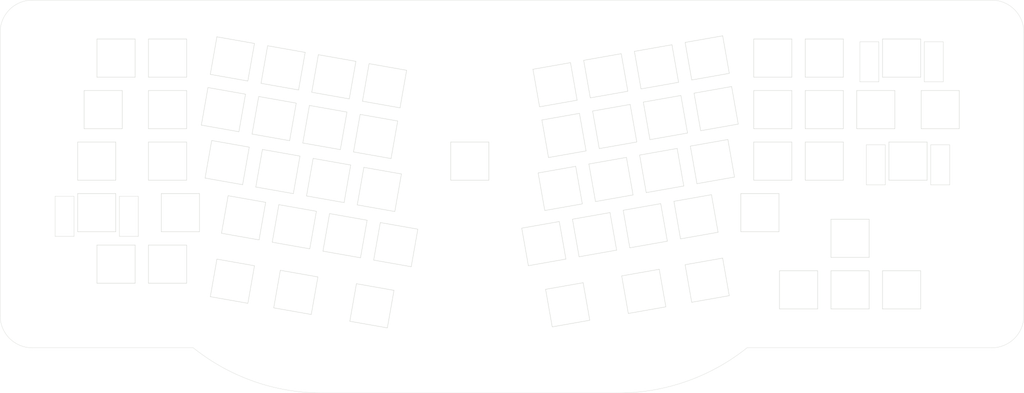
<source format=kicad_pcb>
(kicad_pcb (version 20221018) (generator pcbnew)
  (layers (0 "F.Cu" signal) (31 "B.Cu" signal) (34 "B.Paste" user) (35 "F.Paste" user) (36 "B.SilkS" user "B.Silkscreen") (37 "F.SilkS" user "F.Silkscreen") (38 "B.Mask" user) (39 "F.Mask" user) (44 "Edge.Cuts" user))
  (net 0 "")
  (footprint "kbd_SW_Hole:SW_Hole_1u" (layer "F.Cu") (at 226.70575 79.05225 10)
    (fp_text reference "SW48" hide)
    (fp_text value "SW_PUSH" hide)
    (fp_line (start -7.05 -7.05) (end 7.05 -7.05) (stroke (width 0.15)) (layer "Edge.Cuts"))
    (fp_line (start -7.05 7.05) (end -7.05 -7.05) (stroke (width 0.15)) (layer "Edge.Cuts"))
    (fp_line (start 7.05 -7.05) (end 7.05 7.05) (stroke (width 0.15)) (layer "Edge.Cuts"))
    (fp_line (start 7.05 7.05) (end -7.05 7.05) (stroke (width 0.15)) (layer "Edge.Cuts"))
  )
  (footprint "kbd_Hole:m2_Screw_Hole" (layer "F.Cu") (at 97.63125 157.1625)
    (fp_text reference "REF**")
    (fp_text value "Val**")
    (pad "" np_thru_hole circle (at 0 0) (size 2.2 2.2) (drill 2.2) (layers "*.Cu" "*.Mask"))
  )
  (footprint "kbd_SW_Hole:SW_Hole_1u" (layer "F.Cu") (at 64.61965 63.15275 -10)
    (fp_text reference "SW17" hide)
    (fp_text value "SW_PUSH" hide)
    (fp_line (start -7.05 -7.05) (end 7.05 -7.05) (stroke (width 0.15)) (layer "Edge.Cuts"))
    (fp_line (start -7.05 7.05) (end -7.05 -7.05) (stroke (width 0.15)) (layer "Edge.Cuts"))
    (fp_line (start 7.05 -7.05) (end 7.05 7.05) (stroke (width 0.15)) (layer "Edge.Cuts"))
    (fp_line (start 7.05 7.05) (end -7.05 7.05) (stroke (width 0.15)) (layer "Edge.Cuts"))
  )
  (footprint "kbd_SW_Hole:SW_Hole_1u" (layer "F.Cu") (at 86.68825 47.70015 -10)
    (fp_text reference "SW21" hide)
    (fp_text value "SW_PUSH" hide)
    (fp_line (start -7.05 -7.05) (end 7.05 -7.05) (stroke (width 0.15)) (layer "Edge.Cuts"))
    (fp_line (start -7.05 7.05) (end -7.05 -7.05) (stroke (width 0.15)) (layer "Edge.Cuts"))
    (fp_line (start 7.05 -7.05) (end 7.05 7.05) (stroke (width 0.15)) (layer "Edge.Cuts"))
    (fp_line (start 7.05 7.05) (end -7.05 7.05) (stroke (width 0.15)) (layer "Edge.Cuts"))
  )
  (footprint "kbd_SW_Hole:SW_Hole_1u" (layer "F.Cu") (at 268.08895 40.77495)
    (fp_text reference "SW54" hide)
    (fp_text value "SW_PUSH" hide)
    (fp_line (start -7.05 -7.05) (end 7.05 -7.05) (stroke (width 0.15)) (layer "Edge.Cuts"))
    (fp_line (start -7.05 7.05) (end -7.05 -7.05) (stroke (width 0.15)) (layer "Edge.Cuts"))
    (fp_line (start 7.05 -7.05) (end 7.05 7.05) (stroke (width 0.15)) (layer "Edge.Cuts"))
    (fp_line (start 7.05 7.05) (end -7.05 7.05) (stroke (width 0.15)) (layer "Edge.Cuts"))
  )
  (footprint "kbd_SW_Hole:SW_Hole_1u" (layer "F.Cu") (at 209.32735 62.77265 10)
    (fp_text reference "SW42" hide)
    (fp_text value "SW_PUSH" hide)
    (fp_line (start -7.05 -7.05) (end 7.05 -7.05) (stroke (width 0.15)) (layer "Edge.Cuts"))
    (fp_line (start -7.05 7.05) (end -7.05 -7.05) (stroke (width 0.15)) (layer "Edge.Cuts"))
    (fp_line (start 7.05 -7.05) (end 7.05 7.05) (stroke (width 0.15)) (layer "Edge.Cuts"))
    (fp_line (start 7.05 7.05) (end -7.05 7.05) (stroke (width 0.15)) (layer "Edge.Cuts"))
  )
  (footprint "kbd_SW_Hole:SW_Hole_1u" (layer "F.Cu") (at 105.44885 51.00815 -10)
    (fp_text reference "SW26" hide)
    (fp_text value "SW_PUSH" hide)
    (fp_line (start -7.05 -7.05) (end 7.05 -7.05) (stroke (width 0.15)) (layer "Edge.Cuts"))
    (fp_line (start -7.05 7.05) (end -7.05 -7.05) (stroke (width 0.15)) (layer "Edge.Cuts"))
    (fp_line (start 7.05 -7.05) (end 7.05 7.05) (stroke (width 0.15)) (layer "Edge.Cuts"))
    (fp_line (start 7.05 7.05) (end -7.05 7.05) (stroke (width 0.15)) (layer "Edge.Cuts"))
  )
  (footprint "kbd_SW_Hole:SW_Hole_1u" (layer "F.Cu") (at 6.13895 116.97495)
    (fp_text reference "SW5" hide)
    (fp_text value "SW_PUSH" hide)
    (fp_line (start -7.05 -7.05) (end 7.05 -7.05) (stroke (width 0.15)) (layer "Edge.Cuts"))
    (fp_line (start -7.05 7.05) (end -7.05 -7.05) (stroke (width 0.15)) (layer "Edge.Cuts"))
    (fp_line (start 7.05 -7.05) (end 7.05 7.05) (stroke (width 0.15)) (layer "Edge.Cuts"))
    (fp_line (start 7.05 7.05) (end -7.05 7.05) (stroke (width 0.15)) (layer "Edge.Cuts"))
  )
  (footprint "kbd_SW_Hole:SW_Hole_1u" (layer "F.Cu") (at 249.03895 78.87495)
    (fp_text reference "SW52" hide)
    (fp_text value "SW_PUSH" hide)
    (fp_line (start -7.05 -7.05) (end 7.05 -7.05) (stroke (width 0.15)) (layer "Edge.Cuts"))
    (fp_line (start -7.05 7.05) (end -7.05 -7.05) (stroke (width 0.15)) (layer "Edge.Cuts"))
    (fp_line (start 7.05 -7.05) (end 7.05 7.05) (stroke (width 0.15)) (layer "Edge.Cuts"))
    (fp_line (start 7.05 7.05) (end -7.05 7.05) (stroke (width 0.15)) (layer "Edge.Cuts"))
  )
  (footprint "kbd_SW_Hole:SW_Hole_2u" (layer "F.Cu") (at 296.66395 40.77495)
    (fp_text reference "SW57" hide)
    (fp_text value "SW_PUSH" hide)
    (fp_line (start -15.4 -6) (end -8.4 -6) (stroke (width 0.12)) (layer "Edge.Cuts"))
    (fp_line (start -15.4 8.8) (end -15.4 -6) (stroke (width 0.12)) (layer "Edge.Cuts"))
    (fp_line (start -8.4 -6) (end -8.4 8.8) (stroke (width 0.12)) (layer "Edge.Cuts"))
    (fp_line (start -8.4 8.8) (end -15.4 8.8) (stroke (width 0.12)) (layer "Edge.Cuts"))
    (fp_line (start -7.05 -7.05) (end 7.05 -7.05) (stroke (width 0.15)) (layer "Edge.Cuts"))
    (fp_line (start -7.05 7.05) (end -7.05 -7.05) (stroke (width 0.15)) (layer "Edge.Cuts"))
    (fp_line (start 7.05 -7.05) (end 7.05 7.05) (stroke (width 0.15)) (layer "Edge.Cuts"))
    (fp_line (start 7.05 7.05) (end -7.05 7.05) (stroke (width 0.15)) (layer "Edge.Cuts"))
    (fp_line (start 8.4 -6) (end 8.4 8.8) (stroke (width 0.12)) (layer "Edge.Cuts"))
    (fp_line (start 8.4 8.8) (end 15.4 8.8) (stroke (width 0.12)) (layer "Edge.Cuts"))
    (fp_line (start 15.4 -6) (end 8.4 -6) (stroke (width 0.12)) (layer "Edge.Cuts"))
    (fp_line (start 15.4 8.8) (end 15.4 -6) (stroke (width 0.12)) (layer "Edge.Cuts"))
  )
  (footprint "kbd_SW_Hole:SW_Hole_1u" (layer "F.Cu") (at 49.16705 41.08415 -10)
    (fp_text reference "SW11" hide)
    (fp_text value "SW_PUSH" hide)
    (fp_line (start -7.05 -7.05) (end 7.05 -7.05) (stroke (width 0.15)) (layer "Edge.Cuts"))
    (fp_line (start -7.05 7.05) (end -7.05 -7.05) (stroke (width 0.15)) (layer "Edge.Cuts"))
    (fp_line (start 7.05 -7.05) (end 7.05 7.05) (stroke (width 0.15)) (layer "Edge.Cuts"))
    (fp_line (start 7.05 7.05) (end -7.05 7.05) (stroke (width 0.15)) (layer "Edge.Cuts"))
  )
  (footprint "kbd_Hole:m2_Screw_Hole" (layer "F.Cu") (at 178.59375 26.19375)
    (fp_text reference "REF**")
    (fp_text value "Val**")
    (pad "" np_thru_hole circle (at 0 0) (size 2.2 2.2) (drill 2.2) (layers "*.Cu" "*.Mask"))
  )
  (footprint "kbd_SW_Hole:SW_Hole_1u" (layer "F.Cu") (at 53.31355 99.84695 -10)
    (fp_text reference "SW14" hide)
    (fp_text value "SW_PUSH" hide)
    (fp_line (start -7.05 -7.05) (end 7.05 -7.05) (stroke (width 0.15)) (layer "Edge.Cuts"))
    (fp_line (start -7.05 7.05) (end -7.05 -7.05) (stroke (width 0.15)) (layer "Edge.Cuts"))
    (fp_line (start 7.05 -7.05) (end 7.05 7.05) (stroke (width 0.15)) (layer "Edge.Cuts"))
    (fp_line (start 7.05 7.05) (end -7.05 7.05) (stroke (width 0.15)) (layer "Edge.Cuts"))
  )
  (footprint "kbd_SW_Hole:SW_Hole_1u" (layer "F.Cu") (at 25.18895 40.77495)
    (fp_text reference "SW6" hide)
    (fp_text value "SW_PUSH" hide)
    (fp_line (start -7.05 -7.05) (end 7.05 -7.05) (stroke (width 0.15)) (layer "Edge.Cuts"))
    (fp_line (start -7.05 7.05) (end -7.05 -7.05) (stroke (width 0.15)) (layer "Edge.Cuts"))
    (fp_line (start 7.05 -7.05) (end 7.05 7.05) (stroke (width 0.15)) (layer "Edge.Cuts"))
    (fp_line (start 7.05 7.05) (end -7.05 7.05) (stroke (width 0.15)) (layer "Edge.Cuts"))
  )
  (footprint "kbd_SW_Hole:SW_Hole_1u" (layer "F.Cu") (at 25.18895 59.82495)
    (fp_text reference "SW7" hide)
    (fp_text value "SW_PUSH" hide)
    (fp_line (start -7.05 -7.05) (end 7.05 -7.05) (stroke (width 0.15)) (layer "Edge.Cuts"))
    (fp_line (start -7.05 7.05) (end -7.05 -7.05) (stroke (width 0.15)) (layer "Edge.Cuts"))
    (fp_line (start 7.05 -7.05) (end 7.05 7.05) (stroke (width 0.15)) (layer "Edge.Cuts"))
    (fp_line (start 7.05 7.05) (end -7.05 7.05) (stroke (width 0.15)) (layer "Edge.Cuts"))
  )
  (footprint "kbd_SW_Hole:SW_Hole_1.5u" (layer "F.Cu") (at 1.37645 59.82495)
    (fp_text reference "SW2" hide)
    (fp_text value "SW_PUSH" hide)
    (fp_line (start -7.05 -7.05) (end 7.05 -7.05) (stroke (width 0.15)) (layer "Edge.Cuts"))
    (fp_line (start -7.05 7.05) (end -7.05 -7.05) (stroke (width 0.15)) (layer "Edge.Cuts"))
    (fp_line (start 7.05 -7.05) (end 7.05 7.05) (stroke (width 0.15)) (layer "Edge.Cuts"))
    (fp_line (start 7.05 7.05) (end -7.05 7.05) (stroke (width 0.15)) (layer "Edge.Cuts"))
  )
  (footprint "kbd_SW_Hole:SW_Hole_1.5u" (layer "F.Cu") (at 201.31775 127.05255 10)
    (fp_text reference "SW40" hide)
    (fp_text value "SW_PUSH" hide)
    (fp_line (start -7.05 -7.05) (end 7.05 -7.05) (stroke (width 0.15)) (layer "Edge.Cuts"))
    (fp_line (start -7.05 7.05) (end -7.05 -7.05) (stroke (width 0.15)) (layer "Edge.Cuts"))
    (fp_line (start 7.05 -7.05) (end 7.05 7.05) (stroke (width 0.15)) (layer "Edge.Cuts"))
    (fp_line (start 7.05 7.05) (end -7.05 7.05) (stroke (width 0.15)) (layer "Edge.Cuts"))
  )
  (footprint "kbd_SW_Hole:SW_Hole_1u" (layer "F.Cu") (at 249.03895 59.82495)
    (fp_text reference "SW51" hide)
    (fp_text value "SW_PUSH" hide)
    (fp_line (start -7.05 -7.05) (end 7.05 -7.05) (stroke (width 0.15)) (layer "Edge.Cuts"))
    (fp_line (start -7.05 7.05) (end -7.05 -7.05) (stroke (width 0.15)) (layer "Edge.Cuts"))
    (fp_line (start 7.05 -7.05) (end 7.05 7.05) (stroke (width 0.15)) (layer "Edge.Cuts"))
    (fp_line (start 7.05 7.05) (end -7.05 7.05) (stroke (width 0.15)) (layer "Edge.Cuts"))
  )
  (footprint "kbd_Hole:m2_Screw_Hole" (layer "F.Cu") (at 333.375 140.49375)
    (fp_text reference "REF**")
    (fp_text value "Val**")
    (pad "" np_thru_hole circle (at 0 0) (size 2.2 2.2) (drill 2.2) (layers "*.Cu" "*.Mask"))
  )
  (footprint "kbd_SW_Hole:SW_Hole_1u" (layer "F.Cu") (at 268.08895 78.87495)
    (fp_text reference "SW56" hide)
    (fp_text value "SW_PUSH" hide)
    (fp_line (start -7.05 -7.05) (end 7.05 -7.05) (stroke (width 0.15)) (layer "Edge.Cuts"))
    (fp_line (start -7.05 7.05) (end -7.05 -7.05) (stroke (width 0.15)) (layer "Edge.Cuts"))
    (fp_line (start 7.05 -7.05) (end 7.05 7.05) (stroke (width 0.15)) (layer "Edge.Cuts"))
    (fp_line (start 7.05 7.05) (end -7.05 7.05) (stroke (width 0.15)) (layer "Edge.Cuts"))
  )
  (footprint "kbd_SW_Hole:SW_Hole_1u" (layer "F.Cu") (at 171.80615 69.38865 10)
    (fp_text reference "SW32" hide)
    (fp_text value "SW_PUSH" hide)
    (fp_line (start -7.05 -7.05) (end 7.05 -7.05) (stroke (width 0.15)) (layer "Edge.Cuts"))
    (fp_line (start -7.05 7.05) (end -7.05 -7.05) (stroke (width 0.15)) (layer "Edge.Cuts"))
    (fp_line (start 7.05 -7.05) (end 7.05 7.05) (stroke (width 0.15)) (layer "Edge.Cuts"))
    (fp_line (start 7.05 7.05) (end -7.05 7.05) (stroke (width 0.15)) (layer "Edge.Cuts"))
  )
  (footprint "kbd_SW_Hole:SW_Hole_1u" (layer "F.Cu") (at 287.13895 59.82495)
    (fp_text reference "SW58" hide)
    (fp_text value "SW_PUSH" hide)
    (fp_line (start -7.05 -7.05) (end 7.05 -7.05) (stroke (width 0.15)) (layer "Edge.Cuts"))
    (fp_line (start -7.05 7.05) (end -7.05 -7.05) (stroke (width 0.15)) (layer "Edge.Cuts"))
    (fp_line (start 7.05 -7.05) (end 7.05 7.05) (stroke (width 0.15)) (layer "Edge.Cuts"))
    (fp_line (start 7.05 7.05) (end -7.05 7.05) (stroke (width 0.15)) (layer "Edge.Cuts"))
  )
  (footprint "kbd_SW_Hole:SW_Hole_2.25u" (layer "F.Cu") (at -1.00475 97.92495)
    (fp_text reference "SW4" hide)
    (fp_text value "SW_PUSH" hide)
    (fp_line (start -15.4 -6) (end -8.4 -6) (stroke (width 0.12)) (layer "Edge.Cuts"))
    (fp_line (start -15.4 8.8) (end -15.4 -6) (stroke (width 0.12)) (layer "Edge.Cuts"))
    (fp_line (start -8.4 -6) (end -8.4 8.8) (stroke (width 0.12)) (layer "Edge.Cuts"))
    (fp_line (start -8.4 8.8) (end -15.4 8.8) (stroke (width 0.12)) (layer "Edge.Cuts"))
    (fp_line (start -7.05 -7.05) (end 7.05 -7.05) (stroke (width 0.15)) (layer "Edge.Cuts"))
    (fp_line (start -7.05 7.05) (end -7.05 -7.05) (stroke (width 0.15)) (layer "Edge.Cuts"))
    (fp_line (start 7.05 -7.05) (end 7.05 7.05) (stroke (width 0.15)) (layer "Edge.Cuts"))
    (fp_line (start 7.05 7.05) (end -7.05 7.05) (stroke (width 0.15)) (layer "Edge.Cuts"))
    (fp_line (start 8.4 -6) (end 8.4 8.8) (stroke (width 0.12)) (layer "Edge.Cuts"))
    (fp_line (start 8.4 8.8) (end 15.4 8.8) (stroke (width 0.12)) (layer "Edge.Cuts"))
    (fp_line (start 15.4 -6) (end 8.4 -6) (stroke (width 0.12)) (layer "Edge.Cuts"))
    (fp_line (start 15.4 8.8) (end 15.4 -6) (stroke (width 0.12)) (layer "Edge.Cuts"))
  )
  (footprint "kbd_SW_Hole:SW_Hole_1u" (layer "F.Cu") (at 249.03895 40.77495)
    (fp_text reference "SW50" hide)
    (fp_text value "SW_PUSH" hide)
    (fp_line (start -7.05 -7.05) (end 7.05 -7.05) (stroke (width 0.15)) (layer "Edge.Cuts"))
    (fp_line (start -7.05 7.05) (end -7.05 -7.05) (stroke (width 0.15)) (layer "Edge.Cuts"))
    (fp_line (start 7.05 -7.05) (end 7.05 7.05) (stroke (width 0.15)) (layer "Edge.Cuts"))
    (fp_line (start 7.05 7.05) (end -7.05 7.05) (stroke (width 0.15)) (layer "Edge.Cuts"))
  )
  (footprint "kbd_SW_Hole:SW_Hole_1u" (layer "F.Cu") (at 220.63345 99.46685 10)
    (fp_text reference "SW49" hide)
    (fp_text value "SW_PUSH" hide)
    (fp_line (start -7.05 -7.05) (end 7.05 -7.05) (stroke (width 0.15)) (layer "Edge.Cuts"))
    (fp_line (start -7.05 7.05) (end -7.05 -7.05) (stroke (width 0.15)) (layer "Edge.Cuts"))
    (fp_line (start 7.05 -7.05) (end 7.05 7.05) (stroke (width 0.15)) (layer "Edge.Cuts"))
    (fp_line (start 7.05 7.05) (end -7.05 7.05) (stroke (width 0.15)) (layer "Edge.Cuts"))
  )
  (footprint "kbd_SW_Hole:SW_Hole_1.75u" (layer "F.Cu") (at -1.00475 78.87495)
    (fp_text reference "SW3" hide)
    (fp_text value "SW_PUSH" hide)
    (fp_line (start -7.05 -7.05) (end 7.05 -7.05) (stroke (width 0.15)) (layer "Edge.Cuts"))
    (fp_line (start -7.05 7.05) (end -7.05 -7.05) (stroke (width 0.15)) (layer "Edge.Cuts"))
    (fp_line (start 7.05 -7.05) (end 7.05 7.05) (stroke (width 0.15)) (layer "Edge.Cuts"))
    (fp_line (start 7.05 7.05) (end -7.05 7.05) (stroke (width 0.15)) (layer "Edge.Cuts"))
  )
  (footprint "kbd_SW_Hole:SW_Hole_1u" (layer "F.Cu") (at 49.17855 123.29765 -10)
    (fp_text reference "SW15" hide)
    (fp_text value "SW_PUSH" hide)
    (fp_line (start -7.05 -7.05) (end 7.05 -7.05) (stroke (width 0.15)) (layer "Edge.Cuts"))
    (fp_line (start -7.05 7.05) (end -7.05 -7.05) (stroke (width 0.15)) (layer "Edge.Cuts"))
    (fp_line (start 7.05 -7.05) (end 7.05 7.05) (stroke (width 0.15)) (layer "Edge.Cuts"))
    (fp_line (start 7.05 7.05) (end -7.05 7.05) (stroke (width 0.15)) (layer "Edge.Cuts"))
  )
  (footprint "kbd_SW_Hole:SW_Hole_1u" (layer "F.Cu") (at 25.18895 116.97495)
    (fp_text reference "SW10" hide)
    (fp_text value "SW_PUSH" hide)
    (fp_line (start -7.05 -7.05) (end 7.05 -7.05) (stroke (width 0.15)) (layer "Edge.Cuts"))
    (fp_line (start -7.05 7.05) (end -7.05 -7.05) (stroke (width 0.15)) (layer "Edge.Cuts"))
    (fp_line (start 7.05 -7.05) (end 7.05 7.05) (stroke (width 0.15)) (layer "Edge.Cuts"))
    (fp_line (start 7.05 7.05) (end -7.05 7.05) (stroke (width 0.15)) (layer "Edge.Cuts"))
  )
  (footprint "kbd_SW_Hole:SW_Hole_1u" (layer "F.Cu") (at 164.35165 109.39085 10)
    (fp_text reference "SW34" hide)
    (fp_text value "SW_PUSH" hide)
    (fp_line (start -7.05 -7.05) (end 7.05 -7.05) (stroke (width 0.15)) (layer "Edge.Cuts"))
    (fp_line (start -7.05 7.05) (end -7.05 -7.05) (stroke (width 0.15)) (layer "Edge.Cuts"))
    (fp_line (start 7.05 -7.05) (end 7.05 7.05) (stroke (width 0.15)) (layer "Edge.Cuts"))
    (fp_line (start 7.05 7.05) (end -7.05 7.05) (stroke (width 0.15)) (layer "Edge.Cuts"))
  )
  (footprint "kbd_SW_Hole:SW_Hole_1u" (layer "F.Cu") (at 47.24125 79.43235 -10)
    (fp_text reference "SW13" hide)
    (fp_text value "SW_PUSH" hide)
    (fp_line (start -7.05 -7.05) (end 7.05 -7.05) (stroke (width 0.15)) (layer "Edge.Cuts"))
    (fp_line (start -7.05 7.05) (end -7.05 -7.05) (stroke (width 0.15)) (layer "Edge.Cuts"))
    (fp_line (start 7.05 -7.05) (end 7.05 7.05) (stroke (width 0.15)) (layer "Edge.Cuts"))
    (fp_line (start 7.05 7.05) (end -7.05 7.05) (stroke (width 0.15)) (layer "Edge.Cuts"))
  )
  (footprint "kbd_SW_Hole:SW_Hole_1.5u" (layer "F.Cu") (at 310.95145 59.82495)
    (fp_text reference "SW59" hide)
    (fp_text value "SW_PUSH" hide)
    (fp_line (start -7.05 -7.05) (end 7.05 -7.05) (stroke (width 0.15)) (layer "Edge.Cuts"))
    (fp_line (start -7.05 7.05) (end -7.05 -7.05) (stroke (width 0.15)) (layer "Edge.Cuts"))
    (fp_line (start 7.05 -7.05) (end 7.05 7.05) (stroke (width 0.15)) (layer "Edge.Cuts"))
    (fp_line (start 7.05 7.05) (end -7.05 7.05) (stroke (width 0.15)) (layer "Edge.Cuts"))
  )
  (footprint "kbd_SW_Hole:SW_Hole_1u" (layer "F.Cu") (at 277.61395 107.44995)
    (fp_text reference "SW61" hide)
    (fp_text value "SW_PUSH" hide)
    (fp_line (start -7.05 -7.05) (end 7.05 -7.05) (stroke (width 0.15)) (layer "Edge.Cuts"))
    (fp_line (start -7.05 7.05) (end -7.05 -7.05) (stroke (width 0.15)) (layer "Edge.Cuts"))
    (fp_line (start 7.05 -7.05) (end 7.05 7.05) (stroke (width 0.15)) (layer "Edge.Cuts"))
    (fp_line (start 7.05 7.05) (end -7.05 7.05) (stroke (width 0.15)) (layer "Edge.Cuts"))
  )
  (footprint "kbd_SW_Hole:SW_Hole_1u" (layer "F.Cu") (at 187.25875 47.32005 10)
    (fp_text reference "SW36" hide)
    (fp_text value "SW_PUSH" hide)
    (fp_line (start -7.05 -7.05) (end 7.05 -7.05) (stroke (width 0.15)) (layer "Edge.Cuts"))
    (fp_line (start -7.05 7.05) (end -7.05 -7.05) (stroke (width 0.15)) (layer "Edge.Cuts"))
    (fp_line (start 7.05 -7.05) (end 7.05 7.05) (stroke (width 0.15)) (layer "Edge.Cuts"))
    (fp_line (start 7.05 7.05) (end -7.05 7.05) (stroke (width 0.15)) (layer "Edge.Cuts"))
  )
  (footprint "kbd_SW_Hole:SW_Hole_1u" (layer "F.Cu") (at 136.98895 78.87495 180)
    (fp_text reference "SW30" hide)
    (fp_text value "RotaryEncoder_Switch" hide)
    (fp_line (start -7.05 -7.05) (end 7.05 -7.05) (stroke (width 0.15)) (layer "Edge.Cuts"))
    (fp_line (start -7.05 7.05) (end -7.05 -7.05) (stroke (width 0.15)) (layer "Edge.Cuts"))
    (fp_line (start 7.05 -7.05) (end 7.05 7.05) (stroke (width 0.15)) (layer "Edge.Cuts"))
    (fp_line (start 7.05 7.05) (end -7.05 7.05) (stroke (width 0.15)) (layer "Edge.Cuts"))
  )
  (footprint "kbd_SW_Hole:SW_Hole_1u" (layer "F.Cu") (at 224.77995 40.70405 10)
    (fp_text reference "SW46" hide)
    (fp_text value "SW_PUSH" hide)
    (fp_line (start -7.05 -7.05) (end 7.05 -7.05) (stroke (width 0.15)) (layer "Edge.Cuts"))
    (fp_line (start -7.05 7.05) (end -7.05 -7.05) (stroke (width 0.15)) (layer "Edge.Cuts"))
    (fp_line (start 7.05 -7.05) (end 7.05 7.05) (stroke (width 0.15)) (layer "Edge.Cuts"))
    (fp_line (start 7.05 7.05) (end -7.05 7.05) (stroke (width 0.15)) (layer "Edge.Cuts"))
  )
  (footprint "kbd_SW_Hole:SW_Hole_1u" (layer "F.Cu") (at 168.49815 50.62805 10)
    (fp_text reference "SW31" hide)
    (fp_text value "SW_PUSH" hide)
    (fp_line (start -7.05 -7.05) (end 7.05 -7.05) (stroke (width 0.15)) (layer "Edge.Cuts"))
    (fp_line (start -7.05 7.05) (end -7.05 -7.05) (stroke (width 0.15)) (layer "Edge.Cuts"))
    (fp_line (start 7.05 -7.05) (end 7.05 7.05) (stroke (width 0.15)) (layer "Edge.Cuts"))
    (fp_line (start 7.05 7.05) (end -7.05 7.05) (stroke (width 0.15)) (layer "Edge.Cuts"))
  )
  (footprint "kbd_SW_Hole:SW_Hole_1u" (layer "F.Cu") (at 103.52295 89.35635 -10)
    (fp_text reference "SW28" hide)
    (fp_text value "SW_PUSH" hide)
    (fp_line (start -7.05 -7.05) (end 7.05 -7.05) (stroke (width 0.15)) (layer "Edge.Cuts"))
    (fp_line (start -7.05 7.05) (end -7.05 -7.05) (stroke (width 0.15)) (layer "Edge.Cuts"))
    (fp_line (start 7.05 -7.05) (end 7.05 7.05) (stroke (width 0.15)) (layer "Edge.Cuts"))
    (fp_line (start 7.05 7.05) (end -7.05 7.05) (stroke (width 0.15)) (layer "Edge.Cuts"))
  )
  (footprint "kbd_SW_Hole:SW_Hole_1u" (layer "F.Cu") (at 190.56675 66.08065 10)
    (fp_text reference "SW37" hide)
    (fp_text value "SW_PUSH" hide)
    (fp_line (start -7.05 -7.05) (end 7.05 -7.05) (stroke (width 0.15)) (layer "Edge.Cuts"))
    (fp_line (start -7.05 7.05) (end -7.05 -7.05) (stroke (width 0.15)) (layer "Edge.Cuts"))
    (fp_line (start 7.05 -7.05) (end 7.05 7.05) (stroke (width 0.15)) (layer "Edge.Cuts"))
    (fp_line (start 7.05 7.05) (end -7.05 7.05) (stroke (width 0.15)) (layer "Edge.Cuts"))
  )
  (footprint "kbd_SW_Hole:SW_Hole_1u" (layer "F.Cu") (at 84.76235 86.04835 -10)
    (fp_text reference "SW23" hide)
    (fp_text value "SW_PUSH" hide)
    (fp_line (start -7.05 -7.05) (end 7.05 -7.05) (stroke (width 0.15)) (layer "Edge.Cuts"))
    (fp_line (start -7.05 7.05) (end -7.05 -7.05) (stroke (width 0.15)) (layer "Edge.Cuts"))
    (fp_line (start 7.05 -7.05) (end 7.05 7.05) (stroke (width 0.15)) (layer "Edge.Cuts"))
    (fp_line (start 7.05 7.05) (end -7.05 7.05) (stroke (width 0.15)) (layer "Edge.Cuts"))
  )
  (footprint "kbd_SW_Hole:SW_Hole_1u" (layer "F.Cu") (at 228.08795 59.46465 10)
    (fp_text reference "SW47" hide)
    (fp_text value "SW_PUSH" hide)
    (fp_line (start -7.05 -7.05) (end 7.05 -7.05) (stroke (width 0.15)) (layer "Edge.Cuts"))
    (fp_line (start -7.05 7.05) (end -7.05 -7.05) (stroke (width 0.15)) (layer "Edge.Cuts"))
    (fp_line (start 7.05 -7.05) (end 7.05 7.05) (stroke (width 0.15)) (layer "Edge.Cuts"))
    (fp_line (start 7.05 7.05) (end -7.05 7.05) (stroke (width 0.15)) (layer "Edge.Cuts"))
  )
  (footprint "kbd_SW_Hole:SW_Hole_1.5u" (layer "F.Cu") (at 173.17685 132.01455 10)
    (fp_text reference "SW35" hide)
    (fp_text value "SW_PUSH" hide)
    (fp_line (start -7.05 -7.05) (end 7.05 -7.05) (stroke (width 0.15)) (layer "Edge.Cuts"))
    (fp_line (start -7.05 7.05) (end -7.05 -7.05) (stroke (width 0.15)) (layer "Edge.Cuts"))
    (fp_line (start 7.05 -7.05) (end 7.05 7.05) (stroke (width 0.15)) (layer "Edge.Cuts"))
    (fp_line (start 7.05 7.05) (end -7.05 7.05) (stroke (width 0.15)) (layer "Edge.Cuts"))
  )
  (footprint "kbd_SW_Hole:SW_Hole_1u" (layer "F.Cu") (at 102.14085 69.76875 -10)
    (fp_text reference "SW27" hide)
    (fp_text value "SW_PUSH" hide)
    (fp_line (start -7.05 -7.05) (end 7.05 -7.05) (stroke (width 0.15)) (layer "Edge.Cuts"))
    (fp_line (start -7.05 7.05) (end -7.05 -7.05) (stroke (width 0.15)) (layer "Edge.Cuts"))
    (fp_line (start 7.05 -7.05) (end 7.05 7.05) (stroke (width 0.15)) (layer "Edge.Cuts"))
    (fp_line (start 7.05 7.05) (end -7.05 7.05) (stroke (width 0.15)) (layer "Edge.Cuts"))
  )
  (footprint "kbd_SW_Hole:SW_Hole_1u" (layer "F.Cu") (at 268.08895 59.82495)
    (fp_text reference "SW55" hide)
    (fp_text value "SW_PUSH" hide)
    (fp_line (start -7.05 -7.05) (end 7.05 -7.05) (stroke (width 0.15)) (layer "Edge.Cuts"))
    (fp_line (start -7.05 7.05) (end -7.05 -7.05) (stroke (width 0.15)) (layer "Edge.Cuts"))
    (fp_line (start 7.05 -7.05) (end 7.05 7.05) (stroke (width 0.15)) (layer "Edge.Cuts"))
    (fp_line (start 7.05 7.05) (end -7.05 7.05) (stroke (width 0.15)) (layer "Edge.Cuts"))
  )
  (footprint "kbd_SW_Hole:SW_Hole_1u" (layer "F.Cu") (at 277.61395 126.49995)
    (fp_text reference "SW63" hide)
    (fp_text value "SW_PUSH" hide)
    (fp_line (start -7.05 -7.05) (end 7.05 -7.05) (stroke (width 0.15)) (layer "Edge.Cuts"))
    (fp_line (start -7.05 7.05) (end -7.05 -7.05) (stroke (width 0.15)) (layer "Edge.Cuts"))
    (fp_line (start 7.05 -7.05) (end 7.05 7.05) (stroke (width 0.15)) (layer "Edge.Cuts"))
    (fp_line (start 7.05 7.05) (end -7.05 7.05) (stroke (width 0.15)) (layer "Edge.Cuts"))
  )
  (footprint "kbd_SW_Hole:SW_Hole_1.5u" (layer "F.Cu") (at 100.77015 132.39465 -10)
    (fp_text reference "SW25" hide)
    (fp_text value "SW_PUSH" hide)
    (fp_line (start -7.05 -7.05) (end 7.05 -7.05) (stroke (width 0.15)) (layer "Edge.Cuts"))
    (fp_line (start -7.05 7.05) (end -7.05 -7.05) (stroke (width 0.15)) (layer "Edge.Cuts"))
    (fp_line (start 7.05 -7.05) (end 7.05 7.05) (stroke (width 0.15)) (layer "Edge.Cuts"))
    (fp_line (start 7.05 7.05) (end -7.05 7.05) (stroke (width 0.15)) (layer "Edge.Cuts"))
  )
  (footprint "kbd_SW_Hole:SW_Hole_1u" (layer "F.Cu") (at 25.18895 78.87495)
    (fp_text reference "SW8" hide)
    (fp_text value "SW_PUSH" hide)
    (fp_line (start -7.05 -7.05) (end 7.05 -7.05) (stroke (width 0.15)) (layer "Edge.Cuts"))
    (fp_line (start -7.05 7.05) (end -7.05 -7.05) (stroke (width 0.15)) (layer "Edge.Cuts"))
    (fp_line (start 7.05 -7.05) (end 7.05 7.05) (stroke (width 0.15)) (layer "Edge.Cuts"))
    (fp_line (start 7.05 7.05) (end -7.05 7.05) (stroke (width 0.15)) (layer "Edge.Cuts"))
  )
  (footprint "kbd_Hole:m2_Screw_Hole" (layer "F.Cu") (at 333.375 26.19375)
    (fp_text reference "REF**")
    (fp_text value "Val**")
    (pad "" np_thru_hole circle (at 0 0) (size 2.2 2.2) (drill 2.2) (layers "*.Cu" "*.Mask"))
  )
  (footprint "kbd_SW_Hole:SW_Hole_1u" (layer "F.Cu") (at 45.85905 59.84475 -10)
    (fp_text reference "SW12" hide)
    (fp_text value "SW_PUSH" hide)
    (fp_line (start -7.05 -7.05) (end 7.05 -7.05) (stroke (width 0.15)) (layer "Edge.Cuts"))
    (fp_line (start -7.05 7.05) (end -7.05 -7.05) (stroke (width 0.15)) (layer "Edge.Cuts"))
    (fp_line (start 7.05 -7.05) (end 7.05 7.05) (stroke (width 0.15)) (layer "Edge.Cuts"))
    (fp_line (start 7.05 7.05) (end -7.05 7.05) (stroke (width 0.15)) (layer "Edge.Cuts"))
  )
  (footprint "kbd_SW_Hole:SW_Hole_1u" (layer "F.Cu") (at 90.83465 106.46285 -10)
    (fp_text reference "SW24" hide)
    (fp_text value "SW_PUSH" hide)
    (fp_line (start -7.05 -7.05) (end 7.05 -7.05) (stroke (width 0.15)) (layer "Edge.Cuts"))
    (fp_line (start -7.05 7.05) (end -7.05 -7.05) (stroke (width 0.15)) (layer "Edge.Cuts"))
    (fp_line (start 7.05 -7.05) (end 7.05 7.05) (stroke (width 0.15)) (layer "Edge.Cuts"))
    (fp_line (start 7.05 7.05) (end -7.05 7.05) (stroke (width 0.15)) (layer "Edge.Cuts"))
  )
  (footprint "kbd_SW_Hole:SW_Hole_1u" (layer "F.Cu") (at 207.94515 82.36025 10)
    (fp_text reference "SW43" hide)
    (fp_text value "SW_PUSH" hide)
    (fp_line (start -7.05 -7.05) (end 7.05 -7.05) (stroke (width 0.15)) (layer "Edge.Cuts"))
    (fp_line (start -7.05 7.05) (end -7.05 -7.05) (stroke (width 0.15)) (layer "Edge.Cuts"))
    (fp_line (start 7.05 -7.05) (end 7.05 7.05) (stroke (width 0.15)) (layer "Edge.Cuts"))
    (fp_line (start 7.05 7.05) (end -7.05 7.05) (stroke (width 0.15)) (layer "Edge.Cuts"))
  )
  (footprint "kbd_SW_Hole:SW_Hole_1.5u" (layer "F.Cu") (at 72.62925 127.43265 -10)
    (fp_text reference "SW20" hide)
    (fp_text value "SW_PUSH" hide)
    (fp_line (start -7.05 -7.05) (end 7.05 -7.05) (stroke (width 0.15)) (layer "Edge.Cuts"))
    (fp_line (start -7.05 7.05) (end -7.05 -7.05) (stroke (width 0.15)) (layer "Edge.Cuts"))
    (fp_line (start 7.05 -7.05) (end 7.05 7.05) (stroke (width 0.15)) (layer "Edge.Cuts"))
    (fp_line (start 7.05 7.05) (end -7.05 7.05) (stroke (width 0.15)) (layer "Edge.Cuts"))
  )
  (footprint "kbd_SW_Hole:SW_Hole_1u" (layer "F.Cu") (at 189.18455 85.66825 10)
    (fp_text reference "SW38" hide)
    (fp_text value "SW_PUSH" hide)
    (fp_line (start -7.05 -7.05) (end 7.05 -7.05) (stroke (width 0.15)) (layer "Edge.Cuts"))
    (fp_line (start -7.05 7.05) (end -7.05 -7.05) (stroke (width 0.15)) (layer "Edge.Cuts"))
    (fp_line (start 7.05 -7.05) (end 7.05 7.05) (stroke (width 0.15)) (layer "Edge.Cuts"))
    (fp_line (start 7.05 7.05) (end -7.05 7.05) (stroke (width 0.15)) (layer "Edge.Cuts"))
  )
  (footprint "kbd_Hole:m2_Screw_Hole" (layer "F.Cu") (at 178.59375 157.1625)
    (fp_text reference "REF**")
    (fp_text value "Val**")
    (pad "" np_thru_hole circle (at 0 0) (size 2.2 2.2) (drill 2.2) (layers "*.Cu" "*.Mask"))
  )
  (footprint "kbd_SW_Hole:SW_Hole_1u" (layer "F.Cu") (at 201.87285 102.77485 10)
    (fp_text reference "SW44" hide)
    (fp_text value "SW_PUSH" hide)
    (fp_line (start -7.05 -7.05) (end 7.05 -7.05) (stroke (width 0.15)) (layer "Edge.Cuts"))
    (fp_line (start -7.05 7.05) (end -7.05 -7.05) (stroke (width 0.15)) (layer "Edge.Cuts"))
    (fp_line (start 7.05 -7.05) (end 7.05 7.05) (stroke (width 0.15)) (layer "Edge.Cuts"))
    (fp_line (start 7.05 7.05) (end -7.05 7.05) (stroke (width 0.15)) (layer "Edge.Cuts"))
  )
  (footprint "kbd_SW_Hole:SW_Hole_1u" (layer "F.Cu") (at 183.11225 106.08285 10)
    (fp_text reference "SW39" hide)
    (fp_text value "SW_PUSH" hide)
    (fp_line (start -7.05 -7.05) (end 7.05 -7.05) (stroke (width 0.15)) (layer "Edge.Cuts"))
    (fp_line (start -7.05 7.05) (end -7.05 -7.05) (stroke (width 0.15)) (layer "Edge.Cuts"))
    (fp_line (start 7.05 -7.05) (end 7.05 7.05) (stroke (width 0.15)) (layer "Edge.Cuts"))
    (fp_line (start 7.05 7.05) (end -7.05 7.05) (stroke (width 0.15)) (layer "Edge.Cuts"))
  )
  (footprint "kbd_SW_Hole:SW_Hole_1u" (layer "F.Cu") (at 206.01935 44.01205 10)
    (fp_text reference "SW41" hide)
    (fp_text value "SW_PUSH" hide)
    (fp_line (start -7.05 -7.05) (end 7.05 -7.05) (stroke (width 0.15)) (layer "Edge.Cuts"))
    (fp_line (start -7.05 7.05) (end -7.05 -7.05) (stroke (width 0.15)) (layer "Edge.Cuts"))
    (fp_line (start 7.05 -7.05) (end 7.05 7.05) (stroke (width 0.15)) (layer "Edge.Cuts"))
    (fp_line (start 7.05 7.05) (end -7.05 7.05) (stroke (width 0.15)) (layer "Edge.Cuts"))
  )
  (footprint "kbd_SW_Hole:SW_Hole_1u" (layer "F.Cu") (at 66.00185 82.74035 -10)
    (fp_text reference "SW18" hide)
    (fp_text value "SW_PUSH" hide)
    (fp_line (start -7.05 -7.05) (end 7.05 -7.05) (stroke (width 0.15)) (layer "Edge.Cuts"))
    (fp_line (start -7.05 7.05) (end -7.05 -7.05) (stroke (width 0.15)) (layer "Edge.Cuts"))
    (fp_line (start 7.05 -7.05) (end 7.05 7.05) (stroke (width 0.15)) (layer "Edge.Cuts"))
    (fp_line (start 7.05 7.05) (end -7.05 7.05) (stroke (width 0.15)) (layer "Edge.Cuts"))
  )
  (footprint "kbd_SW_Hole:SW_Hole_1u" (layer "F.Cu") (at 258.56395 126.49995)
    (fp_text reference "SW62" hide)
    (fp_text value "SW_PUSH" hide)
    (fp_line (start -7.05 -7.05) (end 7.05 -7.05) (stroke (width 0.15)) (layer "Edge.Cuts"))
    (fp_line (start -7.05 7.05) (end -7.05 -7.05) (stroke (width 0.15)) (layer "Edge.Cuts"))
    (fp_line (start 7.05 -7.05) (end 7.05 7.05) (stroke (width 0.15)) (layer "Edge.Cuts"))
    (fp_line (start 7.05 7.05) (end -7.05 7.05) (stroke (width 0.15)) (layer "Edge.Cuts"))
  )
  (footprint "kbd_SW_Hole:SW_Hole_1u" (layer "F.Cu") (at 29.95145 97.92495)
    (fp_text reference "SW9" hide)
    (fp_text value "SW_PUSH" hide)
    (fp_line (start -7.05 -7.05) (end 7.05 -7.05) (stroke (width 0.15)) (layer "Edge.Cuts"))
    (fp_line (start -7.05 7.05) (end -7.05 -7.05) (stroke (width 0.15)) (layer "Edge.Cuts"))
    (fp_line (start 7.05 -7.05) (end 7.05 7.05) (stroke (width 0.15)) (layer "Edge.Cuts"))
    (fp_line (start 7.05 7.05) (end -7.05 7.05) (stroke (width 0.15)) (layer "Edge.Cuts"))
  )
  (footprint "kbd_SW_Hole:SW_Hole_1u" (layer "F.Cu") (at 244.27645 97.92495)
    (fp_text reference "SW53" hide)
    (fp_text value "SW_PUSH" hide)
    (fp_line (start -7.05 -7.05) (end 7.05 -7.05) (stroke (width 0.15)) (layer "Edge.Cuts"))
    (fp_line (start -7.05 7.05) (end -7.05 -7.05) (stroke (width 0.15)) (layer "Edge.Cuts"))
    (fp_line (start 7.05 -7.05) (end 7.05 7.05) (stroke (width 0.15)) (layer "Edge.Cuts"))
    (fp_line (start 7.05 7.05) (end -7.05 7.05) (stroke (width 0.15)) (layer "Edge.Cuts"))
  )
  (footprint "kbd_SW_Hole:SW_Hole_1u" (layer "F.Cu") (at 72.07415 103.15495 -10)
    (fp_text reference "SW19" hide)
    (fp_text value "SW_PUSH" hide)
    (fp_line (start -7.05 -7.05) (end 7.05 -7.05) (stroke (width 0.15)) (layer "Edge.Cuts"))
    (fp_line (start -7.05 7.05) (end -7.05 -7.05) (stroke (width 0.15)) (layer "Edge.Cuts"))
    (fp_line (start 7.05 -7.05) (end 7.05 7.05) (stroke (width 0.15)) (layer "Edge.Cuts"))
    (fp_line (start 7.05 7.05) (end -7.05 7.05) (stroke (width 0.15)) (layer "Edge.Cuts"))
  )
  (footprint "kbd_SW_Hole:SW_Hole_1u" (layer "F.Cu") (at 83.38025 66.46075 -10)
    (fp_text reference "SW22" hide)
    (fp_text value "SW_PUSH" hide)
    (fp_line (start -7.05 -7.05) (end 7.05 -7.05) (stroke (width 0.15)) (layer "Edge.Cuts"))
    (fp_line (start -7.05 7.05) (end -7.05 -7.05) (stroke (width 0.15)) (layer "Edge.Cuts"))
    (fp_line (start 7.05 -7.05) (end 7.05 7.05) (stroke (width 0.15)) (layer "Edge.Cuts"))
    (fp_line (start 7.05 7.05) (end -7.05 7.05) (stroke (width 0.15)) (layer "Edge.Cuts"))
  )
  (footprint "kbd_SW_Hole:SW_Hole_1u" (layer "F.Cu") (at 67.92765 44.39215 -10)
    (fp_text reference "SW16" hide)
    (fp_text value "SW_PUSH" hide)
    (fp_line (start -7.05 -7.05) (end 7.05 -7.05) (stroke (width 0.15)) (layer "Edge.Cuts"))
    (fp_line (start -7.05 7.05) (end -7.05 -7.05) (stroke (width 0.15)) (layer "Edge.Cuts"))
    (fp_line (start 7.05 -7.05) (end 7.05 7.05) (stroke (width 0.15)) (layer "Edge.Cuts"))
    (fp_line (start 7.05 7.05) (end -7.05 7.05) (stroke (width 0.15)) (layer "Edge.Cuts"))
  )
  (footprint "kbd_SW_Hole:SW_Hole_1u" (layer "F.Cu") (at 296.66395 126.49995)
    (fp_text reference "SW64" hide)
    (fp_text value "SW_PUSH" hide)
    (fp_line (start -7.05 -7.05) (end 7.05 -7.05) (stroke (width 0.15)) (layer "Edge.Cuts"))
    (fp_line (start -7.05 7.05) (end -7.05 -7.05) (stroke (width 0.15)) (layer "Edge.Cuts"))
    (fp_line (start 7.05 -7.05) (end 7.05 7.05) (stroke (width 0.15)) (layer "Edge.Cuts"))
    (fp_line (start 7.05 7.05) (end -7.05 7.05) (stroke (width 0.15)) (layer "Edge.Cuts"))
  )
  (footprint "kbd_Hole:m2_Screw_Hole" (layer "F.Cu") (at 333.375 50.00625)
    (fp_text reference "REF**")
    (fp_text value "Val**")
    (pad "" np_thru_hole circle (at 0 0) (size 2.2 2.2) (drill 2.2) (layers "*.Cu" "*.Mask"))
  )
  (footprint "kbd_SW_Hole:SW_Hole_1u" (layer "F.Cu") (at 170.42395 88.97625 10)
    (fp_text reference "SW33" hide)
    (fp_text value "SW_PUSH" hide)
    (fp_line (start -7.05 -7.05) (end 7.05 -7.05) (stroke (width 0.15)) (layer "Edge.Cuts"))
    (fp_line (start -7.05 7.05) (end -7.05 -7.05) (stroke (width 0.15)) (layer "Edge.Cuts"))
    (fp_line (start 7.05 -7.05) (end 7.05 7.05) (stroke (width 0.15)) (layer "Edge.Cuts"))
    (fp_line (start 7.05 7.05) (end -7.05 7.05) (stroke (width 0.15)) (layer "Edge.Cuts"))
  )
  (footprint "kbd_SW_Hole:SW_Hole_1u" (layer "F.Cu") (at 109.59525 109.77085 -10)
    (fp_text reference "SW29" hide)
    (fp_text value "SW_PUSH" hide)
    (fp_line (start -7.05 -7.05) (end 7.05 -7.05) (stroke (width 0.15)) (layer "Edge.Cuts"))
    (fp_line (start -7.05 7.05) (end -7.05 -7.05) (stroke (width 0.15)) (layer "Edge.Cuts"))
    (fp_line (start 7.05 -7.05) (end 7.05 7.05) (stroke (width 0.15)) (layer "Edge.Cuts"))
    (fp_line (start 7.05 7.05) (end -7.05 7.05) (stroke (width 0.15)) (layer "Edge.Cuts"))
  )
  (footprint "kbd_Hole:m2_Screw_Hole" (layer "F.Cu") (at -28.575 26.19375)
    (fp_text reference "REF**")
    (fp_text value "Val**")
    (pad "" np_thru_hole circle (at 0 0) (size 2.2 2.2) (drill 2.2) (layers "*.Cu" "*.Mask"))
  )
  (footprint "kbd_SW_Hole:SW_Hole_2.25u" (layer "F.Cu") (at 299.04525 78.87495)
    (fp_text reference "SW60" hide)
    (fp_text value "SW_PUSH" hide)
    (fp_line (start -15.4 -6) (end -8.4 -6) (stroke (width 0.12)) (layer "Edge.Cuts"))
    (fp_line (start -15.4 8.8) (end -15.4 -6) (stroke (width 0.12)) (layer "Edge.Cuts"))
    (fp_line (start -8.4 -6) (end -8.4 8.8) (stroke (width 0.12)) (layer "Edge.Cuts"))
    (fp_line (start -8.4 8.8) (end -15.4 8.8) (stroke (width 0.12)) (layer "Edge.Cuts"))
    (fp_line (start -7.05 -7.05) (end 7.05 -7.05) (stroke (width 0.15)) (layer "Edge.Cuts"))
    (fp_line (start -7.05 7.05) (end -7.05 -7.05) (stroke (width 0.15)) (layer "Edge.Cuts"))
    (fp_line (start 7.05 -7.05) (end 7.05 7.05) (stroke (width 0.15)) (layer "Edge.Cuts"))
    (fp_line (start 7.05 7.05) (end -7.05 7.05) (stroke (width 0.15)) (layer "Edge.Cuts"))
    (fp_line (start 8.4 -6) (end 8.4 8.8) (stroke (width 0.12)) (layer "Edge.Cuts"))
    (fp_line (start 8.4 8.8) (end 15.4 8.8) (stroke (width 0.12)) (layer "Edge.Cuts"))
    (fp_line (start 15.4 -6) (end 8.4 -6) (stroke (width 0.12)) (layer "Edge.Cuts"))
    (fp_line (start 15.4 8.8) (end 15.4 -6) (stroke (width 0.12)) (layer "Edge.Cuts"))
  )
  (footprint "kbd_Hole:m2_Screw_Hole" (layer "F.Cu") (at 97.63125 26.19375)
    (fp_text reference "REF**")
    (fp_text value "Val**")
    (pad "" np_thru_hole circle (at 0 0) (size 2.2 2.2) (drill 2.2) (layers "*.Cu" "*.Mask"))
  )
  (footprint "kbd_SW_Hole:SW_Hole_1u" (layer "F.Cu") (at 224.76845 122.91755 10)
    (fp_text reference "SW45" hide)
    (fp_text value "SW_PUSH" hide)
    (fp_line (start -7.05 -7.05) (end 7.05 -7.05) (stroke (width 0.15)) (layer "Edge.Cuts"))
    (fp_line (start -7.05 7.05) (end -7.05 -7.05) (stroke (width 0.15)) (layer "Edge.Cuts"))
    (fp_line (start 7.05 -7.05) (end 7.05 7.05) (stroke (width 0.15)) (layer "Edge.Cuts"))
    (fp_line (start 7.05 7.05) (end -7.05 7.05) (stroke (width 0.15)) (layer "Edge.Cuts"))
  )
  (footprint "kbd_SW_Hole:SW_Hole_1u" (layer "F.Cu") (at 6.13895 40.77495)
    (fp_text reference "SW1" hide)
    (fp_text value "SW_PUSH" hide)
    (fp_line (start -7.05 -7.05) (end 7.05 -7.05) (stroke (width 0.15)) (layer "Edge.Cuts"))
    (fp_line (start -7.05 7.05) (end -7.05 -7.05) (stroke (width 0.15)) (layer "Edge.Cuts"))
    (fp_line (start 7.05 -7.05) (end 7.05 7.05) (stroke (width 0.15)) (layer "Edge.Cuts"))
    (fp_line (start 7.05 7.05) (end -7.05 7.05) (stroke (width 0.15)) (layer "Edge.Cuts"))
  )
  (footprint "kbd_Hole:m2_Screw_Hole" (layer "F.Cu") (at -28.575 140.49375)
    (fp_text reference "REF**")
    (fp_text value "Val**")
    (pad "" np_thru_hole circle (at 0 0) (size 2.2 2.2) (drill 2.2) (layers "*.Cu" "*.Mask"))
  )
  (footprint "kbd_Hole:m2_Screw_Hole" (layer "F.Cu") (at -28.575 50.00625)
    (fp_text reference "REF**")
    (fp_text value "Val**")
    (pad "" np_thru_hole circle (at 0 0) (size 2.2 2.2) (drill 2.2) (layers "*.Cu" "*.Mask"))
  )
  (gr_line (start -36.72355 31.24995) (end -36.72355 136.02495) (stroke (width 0.1)) (layer "Edge.Cuts"))
  (gr_line (start 329.98895 147.9312) (end 239.501449 147.9312) (stroke (width 0.1)) (layer "Edge.Cuts"))
  (gr_arc (start -24.8173 147.9312) (mid -33.23629 144.44394) (end -36.72355 136.02495) (stroke (width 0.1)) (layer "Edge.Cuts"))
  (gr_arc (start 341.8952 136.02495) (mid 338.40794 144.44394) (end 329.98895 147.9312) (stroke (width 0.1)) (layer "Edge.Cuts"))
  (gr_arc (start 239.501449 147.9312) (mid 217.111491 160.339529) (end 191.87645 164.637147) (stroke (width 0.1)) (layer "Edge.Cuts"))
  (gr_line (start 191.87645 164.637147) (end 82.33895 164.637147) (stroke (width 0.1)) (layer "Edge.Cuts"))
  (gr_arc (start 329.98895 19.3437) (mid 338.40794 22.83096) (end 341.8952 31.24995) (stroke (width 0.1)) (layer "Edge.Cuts"))
  (gr_line (start 329.98895 19.3437) (end -24.8173 19.3437) (stroke (width 0.1)) (layer "Edge.Cuts"))
  (gr_arc (start -36.72355 31.24995) (mid -33.23629 22.83096) (end -24.8173 19.3437) (stroke (width 0.1)) (layer "Edge.Cuts"))
  (gr_arc (start 82.33895 164.637147) (mid 57.103909 160.339528) (end 34.713951 147.9312) (stroke (width 0.1)) (layer "Edge.Cuts"))
  (gr_line (start 34.713951 147.9312) (end -24.8173 147.9312) (stroke (width 0.1)) (layer "Edge.Cuts"))
  (gr_line (start 341.8952 136.02495) (end 341.8952 31.24995) (stroke (width 0.1)) (layer "Edge.Cuts"))
)
</source>
